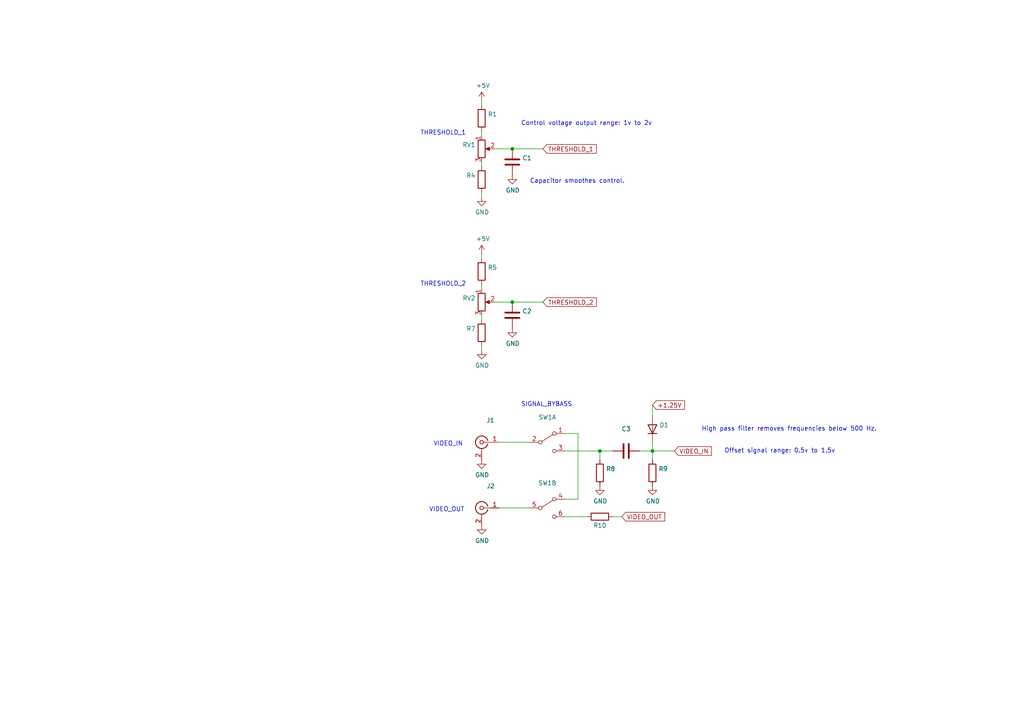
<source format=kicad_sch>
(kicad_sch (version 20211123) (generator eeschema)
  (paper "A4")
  (title_block (title "TCE / Two Comparator Effect") (date "2023-08-06") (rev "0.1.3") (company "Octopus Arts") (comment 1 "eurorack version by Bill Fisher") (comment 2 "original design by Rob Schafer, updated by cyberboy666"))
  (lib_symbols
    (symbol "Connector:Conn_Coaxial" (pin_names (offset 1.016) hide)
      (property "Reference" "J" (at 0.254 3.048 0))
      (property "Value" "Conn_Coaxial" (at 2.921 0 90))
      (symbol "Conn_Coaxial_0_1"
        (arc (start -1.778 -0.508) (mid 0.2311 -1.8066) (end 1.778 0) (stroke (width 0.254)))
        (polyline (pts (xy -2.54 0) (xy -0.508 0)))
        (polyline (pts (xy 0 -2.54) (xy 0 -1.778)))
        (circle (center 0 0) (radius 0.508) (stroke (width 0.2032)))
        (arc (start 1.778 0) (mid 0.2099 1.8101) (end -1.778 0.508) (stroke (width 0.254)))
      )
      (symbol "Conn_Coaxial_1_1"
        (pin passive line (at -5.08 0 0) (length 2.54) (name "In") (number "1"))
        (pin passive line (at 0 -5.08 90) (length 2.54) (name "Ext") (number "2"))
      )
    )
    (symbol "Device:C" (pin_numbers hide) (pin_names (offset 0.254))
      (property "Reference" "C" (at 0.635 2.54 0))
      (property "Value" "C" (at 0.635 -2.54 0))
      (symbol "C_0_1"
        (polyline (pts (xy -2.032 -0.762) (xy 2.032 -0.762)) (stroke (width 0.508)))
        (polyline (pts (xy -2.032 0.762) (xy 2.032 0.762)) (stroke (width 0.508)))
      )
      (symbol "C_1_1"
        (pin passive line (at 0 3.81 270) (length 2.794) (name "~") (number "1"))
        (pin passive line (at 0 -3.81 90) (length 2.794) (name "~") (number "2"))
      )
    )
    (symbol "Device:D" (pin_numbers hide) (pin_names (offset 1.016) hide)
      (property "Reference" "D" (at 0 2.54 0))
      (property "Value" "D" (at 0 -2.54 0))
      (symbol "D_0_1"
        (polyline (pts (xy -1.27 1.27) (xy -1.27 -1.27)) (stroke (width 0.254)))
        (polyline (pts (xy 1.27 0) (xy -1.27 0)))
        (polyline (pts (xy 1.27 1.27) (xy 1.27 -1.27) (xy -1.27 0) (xy 1.27 1.27)) (stroke (width 0.254)))
      )
      (symbol "D_1_1"
        (pin passive line (at -3.81 0 0) (length 2.54) (name "K") (number "1"))
        (pin passive line (at 3.81 0 180) (length 2.54) (name "A") (number "2"))
      )
    )
    (symbol "Device:R" (pin_numbers hide) (pin_names (offset 0))
      (property "Reference" "R" (at 2.032 0 90))
      (property "Value" "R" (at 0 0 90))
      (symbol "R_0_1"
        (rectangle (start -1.016 -2.54) (end 1.016 2.54) (stroke (width 0.254)))
      )
      (symbol "R_1_1"
        (pin passive line (at 0 3.81 270) (length 1.27) (name "~") (number "1"))
        (pin passive line (at 0 -3.81 90) (length 1.27) (name "~") (number "2"))
      )
    )
    (symbol "Device:R_Potentiometer" (pin_names (offset 1.016) hide)
      (property "Reference" "RV" (at -4.445 0 90))
      (property "Value" "R_Potentiometer" (at -2.54 0 90))
      (symbol "R_Potentiometer_0_1"
        (polyline (pts (xy 2.54 0) (xy 1.524 0)))
        (polyline (pts (xy 1.143 0) (xy 2.286 0.508) (xy 2.286 -0.508) (xy 1.143 0)) (fill (type outline)))
        (rectangle (start 1.016 2.54) (end -1.016 -2.54) (stroke (width 0.254)))
      )
      (symbol "R_Potentiometer_1_1"
        (pin passive line (at 0 3.81 270) (length 1.27) (name "1") (number "1"))
        (pin passive line (at 3.81 0 180) (length 1.27) (name "2") (number "2"))
        (pin passive line (at 0 -3.81 90) (length 1.27) (name "3") (number "3"))
      )
    )
    (symbol "Switch:SW_DPDT_x2" (pin_names (offset 0) hide)
      (property "Reference" "SW" (at 0 4.318 0))
      (property "Value" "SW_DPDT_x2" (at 0 -5.08 0))
      (symbol "SW_DPDT_x2_0_0"
        (circle (center -2.032 0) (radius 0.508))
        (circle (center 2.032 -2.54) (radius 0.508))
      )
      (symbol "SW_DPDT_x2_0_1"
        (polyline (pts (xy -1.524 0.254) (xy 1.651 2.286)))
        (circle (center 2.032 2.54) (radius 0.508))
      )
      (symbol "SW_DPDT_x2_1_1"
        (pin passive line (at 5.08 2.54 180) (length 2.54) (name "A") (number "1"))
        (pin passive line (at -5.08 0 0) (length 2.54) (name "B") (number "2"))
        (pin passive line (at 5.08 -2.54 180) (length 2.54) (name "C") (number "3"))
      )
      (symbol "SW_DPDT_x2_2_1"
        (pin passive line (at 5.08 2.54 180) (length 2.54) (name "A") (number "4"))
        (pin passive line (at -5.08 0 0) (length 2.54) (name "B") (number "5"))
        (pin passive line (at 5.08 -2.54 180) (length 2.54) (name "C") (number "6"))
      )
    )
    (symbol "power:+5V" (power) (pin_names (offset 0))
      (property "Value" "+5V" (at 0 3.556 0))
      (symbol "+5V_0_1"
        (polyline (pts (xy -0.762 1.27) (xy 0 2.54)))
        (polyline (pts (xy 0 0) (xy 0 2.54)))
        (polyline (pts (xy 0 2.54) (xy 0.762 1.27)))
      )
      (symbol "+5V_1_1"
        (pin power_in line (at 0 0 90) (length 0) hide (name "+5V") (number "1"))
      )
    )
    (symbol "power:GND" (power) (pin_names (offset 0))
      (property "Value" "GND" (at 0 -3.81 0))
      (symbol "GND_0_1"
        (polyline (pts (xy 0 0) (xy 0 -1.27) (xy 1.27 -1.27) (xy 0 -2.54) (xy -1.27 -1.27) (xy 0 -1.27)))
      )
      (symbol "GND_1_1"
        (pin power_in line (at 0 0 270) (length 0) hide (name "GND") (number "1"))
      )
    )
  )
  (junction (at 189.23 130.81))
  (junction (at 148.59 87.63))
  (junction (at 173.99 130.81))
  (junction (at 148.59 43.18))
  (wire (pts (xy 163.83 125.73) (xy 167.64 125.73)))
  (wire (pts (xy 139.7 57.15) (xy 139.7 55.88)))
  (wire (pts (xy 173.99 133.35) (xy 173.99 130.81)))
  (wire (pts (xy 139.7 39.37) (xy 139.7 38.1)))
  (wire (pts (xy 189.23 130.81) (xy 195.58 130.81)))
  (wire (pts (xy 144.78 147.32) (xy 153.67 147.32)))
  (wire (pts (xy 170.18 149.86) (xy 163.83 149.86)))
  (wire (pts (xy 139.7 48.26) (xy 139.7 46.99)))
  (wire (pts (xy 144.78 128.27) (xy 153.67 128.27)))
  (wire (pts (xy 163.83 130.81) (xy 173.99 130.81)))
  (wire (pts (xy 139.7 92.71) (xy 139.7 91.44)))
  (wire (pts (xy 189.23 117.475) (xy 189.23 120.65)))
  (wire (pts (xy 167.64 125.73) (xy 167.64 144.78)))
  (wire (pts (xy 148.59 87.63) (xy 157.48 87.63)))
  (wire (pts (xy 139.7 101.6) (xy 139.7 100.33)))
  (wire (pts (xy 189.23 130.81) (xy 189.23 133.35)))
  (wire (pts (xy 173.99 130.81) (xy 177.8 130.81)))
  (wire (pts (xy 143.51 87.63) (xy 148.59 87.63)))
  (wire (pts (xy 177.8 149.86) (xy 180.34 149.86)))
  (wire (pts (xy 185.42 130.81) (xy 189.23 130.81)))
  (wire (pts (xy 139.7 83.82) (xy 139.7 82.55)))
  (wire (pts (xy 148.59 43.18) (xy 157.48 43.18)))
  (wire (pts (xy 139.7 29.21) (xy 139.7 30.48)))
  (wire (pts (xy 139.7 73.66) (xy 139.7 74.93)))
  (wire (pts (xy 167.64 144.78) (xy 163.83 144.78)))
  (wire (pts (xy 143.51 43.18) (xy 148.59 43.18)))
  (wire (pts (xy 189.23 128.27) (xy 189.23 130.81)))
  (text "THRESHOLD_1" (at 121.92 39.37 0) (effects (font (size 1.27 1.27)) (justify left bottom)))
  (text "VIDEO_OUT" (at 124.46 148.59 0) (effects (font (size 1.27 1.27)) (justify left bottom)))
  (text "Control voltage output range: 1v to 2v" (at 151.13 36.576 0) (effects (font (size 1.27 1.27)) (justify left bottom)))
  (text "VIDEO_IN" (at 125.73 129.54 0) (effects (font (size 1.27 1.27)) (justify left bottom)))
  (text "Offset signal range: 0.5v to 1.5v" (at 210.058 131.572 0) (effects (font (size 1.27 1.27)) (justify left bottom)))
  (text "High pass filter removes frequencies below 500 Hz." (at 203.454 125.222 0) (effects (font (size 1.27 1.27)) (justify left bottom)))
  (text "THRESHOLD_2" (at 121.92 83.185 0) (effects (font (size 1.27 1.27)) (justify left bottom)))
  (text "Capacitor smoothes control." (at 153.67 53.34 0) (effects (font (size 1.27 1.27)) (justify left bottom)))
  (text "SIGNAL_BYBASS" (at 151.13 118.11 0) (effects (font (size 1.27 1.27)) (justify left bottom)))
  (global_label "+1.25V" (shape input) (at 189.23 117.475 0) (property "Intersheet References" "${INTERSHEET_REFS}" (effects hide)))
  (global_label "VIDEO_OUT" (shape input) (at 180.34 149.86 0) (property "Intersheet References" "${INTERSHEET_REFS}" (effects hide)))
  (global_label "VIDEO_IN" (shape input) (at 195.58 130.81 0) (property "Intersheet References" "${INTERSHEET_REFS}" (effects hide)))
  (global_label "THRESHOLD_2" (shape input) (at 157.48 87.63 0) (property "Intersheet References" "${INTERSHEET_REFS}" (effects hide)))
  (global_label "THRESHOLD_1" (shape input) (at 157.48 43.18 0) (property "Intersheet References" "${INTERSHEET_REFS}" (effects hide)))
  (symbol (lib_id "Connector:Conn_Coaxial") (at 139.7 147.32 0) (mirror y) (unit 1)
    (property "Reference" "J2" (at 143.51 140.97 0) (effects (justify left)))
    (property "Datasheet" " ~" (effects hide))
  )
  (symbol (lib_id "Connector:Conn_Coaxial") (at 139.7 128.27 0) (mirror y) (unit 1)
    (property "Reference" "J1" (at 142.24 121.92 0))
    (property "Datasheet" " ~" (effects hide))
  )
  (symbol (lib_id "Device:R_Potentiometer") (at 139.7 43.18 0) (unit 1)
    (property "Reference" "RV1" (at 137.922 42.0116 0) (effects (justify right)))
  )
  (symbol (lib_id "Device:R") (at 173.99 149.86 270) (mirror x) (unit 1)
    (property "Reference" "R10" (at 173.99 152.4 90))
  )
  (symbol (lib_id "power:GND") (at 139.7 152.4 0) (unit 1)
    (property "Reference" "#PWR?" (effects hide))
  )
  (symbol (lib_id "Device:R") (at 139.7 52.07 0) (mirror x) (unit 1)
    (property "Reference" "R4" (at 137.9474 50.9016 0) (effects (justify right)))
  )
  (symbol (lib_id "power:GND") (at 148.59 50.8 0) (unit 1)
    (property "Reference" "#PWR?" (effects hide))
  )
  (symbol (lib_id "power:GND") (at 148.59 95.25 0) (unit 1)
    (property "Reference" "#PWR?" (effects hide))
  )
  (symbol (lib_id "Device:R_Potentiometer") (at 139.7 87.63 0) (unit 1)
    (property "Reference" "RV2" (at 137.922 86.4616 0) (effects (justify right)))
  )
  (symbol (lib_id "power:GND") (at 139.7 57.15 0) (unit 1)
    (property "Reference" "#PWR?" (effects hide))
  )
  (symbol (lib_id "Device:R") (at 173.99 137.16 0) (unit 1)
    (property "Reference" "R8" (at 175.768 135.9916 0) (effects (justify left)))
  )
  (symbol (lib_id "Device:D") (at 189.23 124.46 90) (unit 1)
    (property "Reference" "D1" (at 191.2366 123.2916 90) (effects (justify right)))
  )
  (symbol (lib_id "Device:R") (at 189.23 137.16 0) (unit 1)
    (property "Reference" "R9" (at 191.008 135.9916 0) (effects (justify left)))
  )
  (symbol (lib_id "power:GND") (at 139.7 133.35 0) (unit 1)
    (property "Reference" "#PWR?" (effects hide))
  )
  (symbol (lib_id "Switch:SW_DPDT_x2") (at 158.75 128.27 0) (unit 1)
    (property "Reference" "SW1" (at 158.75 121.031 0))
  )
  (symbol (lib_id "power:+5V") (at 139.7 73.66 0) (unit 1)
    (property "Reference" "#PWR?" (effects hide))
  )
  (symbol (lib_id "power:GND") (at 173.99 140.97 0) (unit 1)
    (property "Reference" "#PWR?" (effects hide))
  )
  (symbol (lib_id "power:GND") (at 139.7 101.6 0) (unit 1)
    (property "Reference" "#PWR?" (effects hide))
  )
  (symbol (lib_id "Switch:SW_DPDT_x2") (at 158.75 147.32 0) (unit 2)
    (property "Reference" "SW1" (at 158.75 140.081 0))
  )
  (symbol (lib_id "Device:R") (at 139.7 34.29 0) (unit 1)
    (property "Reference" "R1" (at 141.478 33.1216 0) (effects (justify left)))
  )
  (symbol (lib_id "power:+5V") (at 139.7 29.21 0) (unit 1)
    (property "Reference" "#PWR?" (effects hide))
  )
  (symbol (lib_id "power:GND") (at 189.23 140.97 0) (unit 1)
    (property "Reference" "#PWR?" (effects hide))
  )
  (symbol (lib_id "Device:C") (at 148.59 91.44 180) (unit 1)
    (property "Reference" "C2" (at 151.511 90.2716 0) (effects (justify right)))
  )
  (symbol (lib_id "Device:R") (at 139.7 78.74 0) (unit 1)
    (property "Reference" "R5" (at 141.478 77.5716 0) (effects (justify left)))
  )
  (symbol (lib_id "Device:R") (at 139.7 96.52 0) (mirror x) (unit 1)
    (property "Reference" "R7" (at 137.9474 95.3516 0) (effects (justify right)))
  )
  (symbol (lib_id "Device:C") (at 181.61 130.81 270) (unit 1)
    (property "Reference" "C3" (at 181.61 124.4092 90))
  )
  (symbol (lib_id "Device:C") (at 148.59 46.99 180) (unit 1)
    (property "Reference" "C1" (at 151.511 45.8216 0) (effects (justify right)))
  )
)
</source>
